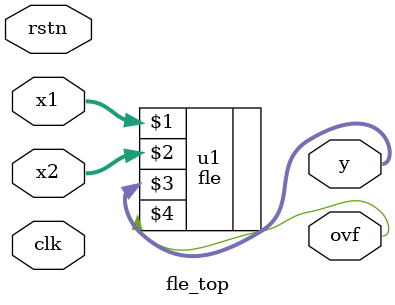
<source format=v>
module fle_top
   (  input wire [31:0]  x1,
      input wire [31:0]  x2,
      output wire [31:0] y,
      output wire        ovf,
      input wire        clk,
      input wire        rstn);

   fle u1(x1,x2,y,ovf);

endmodule
</source>
